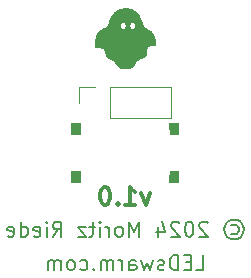
<source format=gbo>
%TF.GenerationSoftware,KiCad,Pcbnew,7.0.10*%
%TF.CreationDate,2024-04-29T22:23:39+02:00*%
%TF.ProjectId,GhostControllerLED,47686f73-7443-46f6-9e74-726f6c6c6572,rev?*%
%TF.SameCoordinates,Original*%
%TF.FileFunction,Legend,Bot*%
%TF.FilePolarity,Positive*%
%FSLAX46Y46*%
G04 Gerber Fmt 4.6, Leading zero omitted, Abs format (unit mm)*
G04 Created by KiCad (PCBNEW 7.0.10) date 2024-04-29 22:23:39*
%MOMM*%
%LPD*%
G01*
G04 APERTURE LIST*
G04 Aperture macros list*
%AMRoundRect*
0 Rectangle with rounded corners*
0 $1 Rounding radius*
0 $2 $3 $4 $5 $6 $7 $8 $9 X,Y pos of 4 corners*
0 Add a 4 corners polygon primitive as box body*
4,1,4,$2,$3,$4,$5,$6,$7,$8,$9,$2,$3,0*
0 Add four circle primitives for the rounded corners*
1,1,$1+$1,$2,$3*
1,1,$1+$1,$4,$5*
1,1,$1+$1,$6,$7*
1,1,$1+$1,$8,$9*
0 Add four rect primitives between the rounded corners*
20,1,$1+$1,$2,$3,$4,$5,0*
20,1,$1+$1,$4,$5,$6,$7,0*
20,1,$1+$1,$6,$7,$8,$9,0*
20,1,$1+$1,$8,$9,$2,$3,0*%
G04 Aperture macros list end*
%ADD10C,0.200000*%
%ADD11C,0.300000*%
%ADD12C,0.120000*%
%ADD13R,1.700000X1.700000*%
%ADD14O,1.700000X1.700000*%
%ADD15RoundRect,0.500000X0.425000X0.000000X-0.425000X0.000000X-0.425000X0.000000X0.425000X0.000000X0*%
%ADD16R,0.550000X1.600000*%
G04 APERTURE END LIST*
D10*
X55282142Y-58586623D02*
X55877380Y-58586623D01*
X55877380Y-58586623D02*
X55877380Y-57336623D01*
X54865475Y-57931861D02*
X54448809Y-57931861D01*
X54270237Y-58586623D02*
X54865475Y-58586623D01*
X54865475Y-58586623D02*
X54865475Y-57336623D01*
X54865475Y-57336623D02*
X54270237Y-57336623D01*
X53734523Y-58586623D02*
X53734523Y-57336623D01*
X53734523Y-57336623D02*
X53436904Y-57336623D01*
X53436904Y-57336623D02*
X53258333Y-57396147D01*
X53258333Y-57396147D02*
X53139285Y-57515195D01*
X53139285Y-57515195D02*
X53079762Y-57634242D01*
X53079762Y-57634242D02*
X53020238Y-57872338D01*
X53020238Y-57872338D02*
X53020238Y-58050909D01*
X53020238Y-58050909D02*
X53079762Y-58289004D01*
X53079762Y-58289004D02*
X53139285Y-58408052D01*
X53139285Y-58408052D02*
X53258333Y-58527100D01*
X53258333Y-58527100D02*
X53436904Y-58586623D01*
X53436904Y-58586623D02*
X53734523Y-58586623D01*
X52544047Y-58527100D02*
X52425000Y-58586623D01*
X52425000Y-58586623D02*
X52186904Y-58586623D01*
X52186904Y-58586623D02*
X52067857Y-58527100D01*
X52067857Y-58527100D02*
X52008333Y-58408052D01*
X52008333Y-58408052D02*
X52008333Y-58348528D01*
X52008333Y-58348528D02*
X52067857Y-58229480D01*
X52067857Y-58229480D02*
X52186904Y-58169957D01*
X52186904Y-58169957D02*
X52365476Y-58169957D01*
X52365476Y-58169957D02*
X52484523Y-58110433D01*
X52484523Y-58110433D02*
X52544047Y-57991385D01*
X52544047Y-57991385D02*
X52544047Y-57931861D01*
X52544047Y-57931861D02*
X52484523Y-57812814D01*
X52484523Y-57812814D02*
X52365476Y-57753290D01*
X52365476Y-57753290D02*
X52186904Y-57753290D01*
X52186904Y-57753290D02*
X52067857Y-57812814D01*
X51591666Y-57753290D02*
X51353571Y-58586623D01*
X51353571Y-58586623D02*
X51115476Y-57991385D01*
X51115476Y-57991385D02*
X50877380Y-58586623D01*
X50877380Y-58586623D02*
X50639285Y-57753290D01*
X49627380Y-58586623D02*
X49627380Y-57931861D01*
X49627380Y-57931861D02*
X49686904Y-57812814D01*
X49686904Y-57812814D02*
X49805952Y-57753290D01*
X49805952Y-57753290D02*
X50044047Y-57753290D01*
X50044047Y-57753290D02*
X50163094Y-57812814D01*
X49627380Y-58527100D02*
X49746428Y-58586623D01*
X49746428Y-58586623D02*
X50044047Y-58586623D01*
X50044047Y-58586623D02*
X50163094Y-58527100D01*
X50163094Y-58527100D02*
X50222618Y-58408052D01*
X50222618Y-58408052D02*
X50222618Y-58289004D01*
X50222618Y-58289004D02*
X50163094Y-58169957D01*
X50163094Y-58169957D02*
X50044047Y-58110433D01*
X50044047Y-58110433D02*
X49746428Y-58110433D01*
X49746428Y-58110433D02*
X49627380Y-58050909D01*
X49032142Y-58586623D02*
X49032142Y-57753290D01*
X49032142Y-57991385D02*
X48972619Y-57872338D01*
X48972619Y-57872338D02*
X48913095Y-57812814D01*
X48913095Y-57812814D02*
X48794047Y-57753290D01*
X48794047Y-57753290D02*
X48675000Y-57753290D01*
X48258332Y-58586623D02*
X48258332Y-57753290D01*
X48258332Y-57872338D02*
X48198809Y-57812814D01*
X48198809Y-57812814D02*
X48079761Y-57753290D01*
X48079761Y-57753290D02*
X47901190Y-57753290D01*
X47901190Y-57753290D02*
X47782142Y-57812814D01*
X47782142Y-57812814D02*
X47722618Y-57931861D01*
X47722618Y-57931861D02*
X47722618Y-58586623D01*
X47722618Y-57931861D02*
X47663094Y-57812814D01*
X47663094Y-57812814D02*
X47544047Y-57753290D01*
X47544047Y-57753290D02*
X47365475Y-57753290D01*
X47365475Y-57753290D02*
X47246428Y-57812814D01*
X47246428Y-57812814D02*
X47186904Y-57931861D01*
X47186904Y-57931861D02*
X47186904Y-58586623D01*
X46591665Y-58467576D02*
X46532142Y-58527100D01*
X46532142Y-58527100D02*
X46591665Y-58586623D01*
X46591665Y-58586623D02*
X46651189Y-58527100D01*
X46651189Y-58527100D02*
X46591665Y-58467576D01*
X46591665Y-58467576D02*
X46591665Y-58586623D01*
X45460713Y-58527100D02*
X45579761Y-58586623D01*
X45579761Y-58586623D02*
X45817856Y-58586623D01*
X45817856Y-58586623D02*
X45936904Y-58527100D01*
X45936904Y-58527100D02*
X45996427Y-58467576D01*
X45996427Y-58467576D02*
X46055951Y-58348528D01*
X46055951Y-58348528D02*
X46055951Y-57991385D01*
X46055951Y-57991385D02*
X45996427Y-57872338D01*
X45996427Y-57872338D02*
X45936904Y-57812814D01*
X45936904Y-57812814D02*
X45817856Y-57753290D01*
X45817856Y-57753290D02*
X45579761Y-57753290D01*
X45579761Y-57753290D02*
X45460713Y-57812814D01*
X44746427Y-58586623D02*
X44865475Y-58527100D01*
X44865475Y-58527100D02*
X44924998Y-58467576D01*
X44924998Y-58467576D02*
X44984522Y-58348528D01*
X44984522Y-58348528D02*
X44984522Y-57991385D01*
X44984522Y-57991385D02*
X44924998Y-57872338D01*
X44924998Y-57872338D02*
X44865475Y-57812814D01*
X44865475Y-57812814D02*
X44746427Y-57753290D01*
X44746427Y-57753290D02*
X44567856Y-57753290D01*
X44567856Y-57753290D02*
X44448808Y-57812814D01*
X44448808Y-57812814D02*
X44389284Y-57872338D01*
X44389284Y-57872338D02*
X44329760Y-57991385D01*
X44329760Y-57991385D02*
X44329760Y-58348528D01*
X44329760Y-58348528D02*
X44389284Y-58467576D01*
X44389284Y-58467576D02*
X44448808Y-58527100D01*
X44448808Y-58527100D02*
X44567856Y-58586623D01*
X44567856Y-58586623D02*
X44746427Y-58586623D01*
X43794046Y-58586623D02*
X43794046Y-57753290D01*
X43794046Y-57872338D02*
X43734523Y-57812814D01*
X43734523Y-57812814D02*
X43615475Y-57753290D01*
X43615475Y-57753290D02*
X43436904Y-57753290D01*
X43436904Y-57753290D02*
X43317856Y-57812814D01*
X43317856Y-57812814D02*
X43258332Y-57931861D01*
X43258332Y-57931861D02*
X43258332Y-58586623D01*
X43258332Y-57931861D02*
X43198808Y-57812814D01*
X43198808Y-57812814D02*
X43079761Y-57753290D01*
X43079761Y-57753290D02*
X42901189Y-57753290D01*
X42901189Y-57753290D02*
X42782142Y-57812814D01*
X42782142Y-57812814D02*
X42722618Y-57931861D01*
X42722618Y-57931861D02*
X42722618Y-58586623D01*
X58258333Y-54784242D02*
X58377380Y-54724719D01*
X58377380Y-54724719D02*
X58615476Y-54724719D01*
X58615476Y-54724719D02*
X58734523Y-54784242D01*
X58734523Y-54784242D02*
X58853571Y-54903290D01*
X58853571Y-54903290D02*
X58913095Y-55022338D01*
X58913095Y-55022338D02*
X58913095Y-55260433D01*
X58913095Y-55260433D02*
X58853571Y-55379480D01*
X58853571Y-55379480D02*
X58734523Y-55498528D01*
X58734523Y-55498528D02*
X58615476Y-55558052D01*
X58615476Y-55558052D02*
X58377380Y-55558052D01*
X58377380Y-55558052D02*
X58258333Y-55498528D01*
X58496428Y-54308052D02*
X58794047Y-54367576D01*
X58794047Y-54367576D02*
X59091666Y-54546147D01*
X59091666Y-54546147D02*
X59270237Y-54843766D01*
X59270237Y-54843766D02*
X59329761Y-55141385D01*
X59329761Y-55141385D02*
X59270237Y-55439004D01*
X59270237Y-55439004D02*
X59091666Y-55736623D01*
X59091666Y-55736623D02*
X58794047Y-55915195D01*
X58794047Y-55915195D02*
X58496428Y-55974719D01*
X58496428Y-55974719D02*
X58198809Y-55915195D01*
X58198809Y-55915195D02*
X57901190Y-55736623D01*
X57901190Y-55736623D02*
X57722618Y-55439004D01*
X57722618Y-55439004D02*
X57663095Y-55141385D01*
X57663095Y-55141385D02*
X57722618Y-54843766D01*
X57722618Y-54843766D02*
X57901190Y-54546147D01*
X57901190Y-54546147D02*
X58198809Y-54367576D01*
X58198809Y-54367576D02*
X58496428Y-54308052D01*
X56234523Y-54605671D02*
X56174999Y-54546147D01*
X56174999Y-54546147D02*
X56055952Y-54486623D01*
X56055952Y-54486623D02*
X55758333Y-54486623D01*
X55758333Y-54486623D02*
X55639285Y-54546147D01*
X55639285Y-54546147D02*
X55579761Y-54605671D01*
X55579761Y-54605671D02*
X55520238Y-54724719D01*
X55520238Y-54724719D02*
X55520238Y-54843766D01*
X55520238Y-54843766D02*
X55579761Y-55022338D01*
X55579761Y-55022338D02*
X56294047Y-55736623D01*
X56294047Y-55736623D02*
X55520238Y-55736623D01*
X54746428Y-54486623D02*
X54627381Y-54486623D01*
X54627381Y-54486623D02*
X54508333Y-54546147D01*
X54508333Y-54546147D02*
X54448809Y-54605671D01*
X54448809Y-54605671D02*
X54389285Y-54724719D01*
X54389285Y-54724719D02*
X54329762Y-54962814D01*
X54329762Y-54962814D02*
X54329762Y-55260433D01*
X54329762Y-55260433D02*
X54389285Y-55498528D01*
X54389285Y-55498528D02*
X54448809Y-55617576D01*
X54448809Y-55617576D02*
X54508333Y-55677100D01*
X54508333Y-55677100D02*
X54627381Y-55736623D01*
X54627381Y-55736623D02*
X54746428Y-55736623D01*
X54746428Y-55736623D02*
X54865476Y-55677100D01*
X54865476Y-55677100D02*
X54925000Y-55617576D01*
X54925000Y-55617576D02*
X54984523Y-55498528D01*
X54984523Y-55498528D02*
X55044047Y-55260433D01*
X55044047Y-55260433D02*
X55044047Y-54962814D01*
X55044047Y-54962814D02*
X54984523Y-54724719D01*
X54984523Y-54724719D02*
X54925000Y-54605671D01*
X54925000Y-54605671D02*
X54865476Y-54546147D01*
X54865476Y-54546147D02*
X54746428Y-54486623D01*
X53853571Y-54605671D02*
X53794047Y-54546147D01*
X53794047Y-54546147D02*
X53675000Y-54486623D01*
X53675000Y-54486623D02*
X53377381Y-54486623D01*
X53377381Y-54486623D02*
X53258333Y-54546147D01*
X53258333Y-54546147D02*
X53198809Y-54605671D01*
X53198809Y-54605671D02*
X53139286Y-54724719D01*
X53139286Y-54724719D02*
X53139286Y-54843766D01*
X53139286Y-54843766D02*
X53198809Y-55022338D01*
X53198809Y-55022338D02*
X53913095Y-55736623D01*
X53913095Y-55736623D02*
X53139286Y-55736623D01*
X52067857Y-54903290D02*
X52067857Y-55736623D01*
X52365476Y-54427100D02*
X52663095Y-55319957D01*
X52663095Y-55319957D02*
X51889286Y-55319957D01*
X50460714Y-55736623D02*
X50460714Y-54486623D01*
X50460714Y-54486623D02*
X50044048Y-55379480D01*
X50044048Y-55379480D02*
X49627381Y-54486623D01*
X49627381Y-54486623D02*
X49627381Y-55736623D01*
X48853572Y-55736623D02*
X48972620Y-55677100D01*
X48972620Y-55677100D02*
X49032143Y-55617576D01*
X49032143Y-55617576D02*
X49091667Y-55498528D01*
X49091667Y-55498528D02*
X49091667Y-55141385D01*
X49091667Y-55141385D02*
X49032143Y-55022338D01*
X49032143Y-55022338D02*
X48972620Y-54962814D01*
X48972620Y-54962814D02*
X48853572Y-54903290D01*
X48853572Y-54903290D02*
X48675001Y-54903290D01*
X48675001Y-54903290D02*
X48555953Y-54962814D01*
X48555953Y-54962814D02*
X48496429Y-55022338D01*
X48496429Y-55022338D02*
X48436905Y-55141385D01*
X48436905Y-55141385D02*
X48436905Y-55498528D01*
X48436905Y-55498528D02*
X48496429Y-55617576D01*
X48496429Y-55617576D02*
X48555953Y-55677100D01*
X48555953Y-55677100D02*
X48675001Y-55736623D01*
X48675001Y-55736623D02*
X48853572Y-55736623D01*
X47901191Y-55736623D02*
X47901191Y-54903290D01*
X47901191Y-55141385D02*
X47841668Y-55022338D01*
X47841668Y-55022338D02*
X47782144Y-54962814D01*
X47782144Y-54962814D02*
X47663096Y-54903290D01*
X47663096Y-54903290D02*
X47544049Y-54903290D01*
X47127381Y-55736623D02*
X47127381Y-54903290D01*
X47127381Y-54486623D02*
X47186905Y-54546147D01*
X47186905Y-54546147D02*
X47127381Y-54605671D01*
X47127381Y-54605671D02*
X47067858Y-54546147D01*
X47067858Y-54546147D02*
X47127381Y-54486623D01*
X47127381Y-54486623D02*
X47127381Y-54605671D01*
X46710715Y-54903290D02*
X46234524Y-54903290D01*
X46532143Y-54486623D02*
X46532143Y-55558052D01*
X46532143Y-55558052D02*
X46472620Y-55677100D01*
X46472620Y-55677100D02*
X46353572Y-55736623D01*
X46353572Y-55736623D02*
X46234524Y-55736623D01*
X45936905Y-54903290D02*
X45282143Y-54903290D01*
X45282143Y-54903290D02*
X45936905Y-55736623D01*
X45936905Y-55736623D02*
X45282143Y-55736623D01*
X43139286Y-55736623D02*
X43555952Y-55141385D01*
X43853571Y-55736623D02*
X43853571Y-54486623D01*
X43853571Y-54486623D02*
X43377381Y-54486623D01*
X43377381Y-54486623D02*
X43258333Y-54546147D01*
X43258333Y-54546147D02*
X43198810Y-54605671D01*
X43198810Y-54605671D02*
X43139286Y-54724719D01*
X43139286Y-54724719D02*
X43139286Y-54903290D01*
X43139286Y-54903290D02*
X43198810Y-55022338D01*
X43198810Y-55022338D02*
X43258333Y-55081861D01*
X43258333Y-55081861D02*
X43377381Y-55141385D01*
X43377381Y-55141385D02*
X43853571Y-55141385D01*
X42603571Y-55736623D02*
X42603571Y-54903290D01*
X42603571Y-54486623D02*
X42663095Y-54546147D01*
X42663095Y-54546147D02*
X42603571Y-54605671D01*
X42603571Y-54605671D02*
X42544048Y-54546147D01*
X42544048Y-54546147D02*
X42603571Y-54486623D01*
X42603571Y-54486623D02*
X42603571Y-54605671D01*
X41532143Y-55677100D02*
X41651191Y-55736623D01*
X41651191Y-55736623D02*
X41889286Y-55736623D01*
X41889286Y-55736623D02*
X42008333Y-55677100D01*
X42008333Y-55677100D02*
X42067857Y-55558052D01*
X42067857Y-55558052D02*
X42067857Y-55081861D01*
X42067857Y-55081861D02*
X42008333Y-54962814D01*
X42008333Y-54962814D02*
X41889286Y-54903290D01*
X41889286Y-54903290D02*
X41651191Y-54903290D01*
X41651191Y-54903290D02*
X41532143Y-54962814D01*
X41532143Y-54962814D02*
X41472619Y-55081861D01*
X41472619Y-55081861D02*
X41472619Y-55200909D01*
X41472619Y-55200909D02*
X42067857Y-55319957D01*
X40401190Y-55736623D02*
X40401190Y-54486623D01*
X40401190Y-55677100D02*
X40520238Y-55736623D01*
X40520238Y-55736623D02*
X40758333Y-55736623D01*
X40758333Y-55736623D02*
X40877381Y-55677100D01*
X40877381Y-55677100D02*
X40936904Y-55617576D01*
X40936904Y-55617576D02*
X40996428Y-55498528D01*
X40996428Y-55498528D02*
X40996428Y-55141385D01*
X40996428Y-55141385D02*
X40936904Y-55022338D01*
X40936904Y-55022338D02*
X40877381Y-54962814D01*
X40877381Y-54962814D02*
X40758333Y-54903290D01*
X40758333Y-54903290D02*
X40520238Y-54903290D01*
X40520238Y-54903290D02*
X40401190Y-54962814D01*
X39329762Y-55677100D02*
X39448810Y-55736623D01*
X39448810Y-55736623D02*
X39686905Y-55736623D01*
X39686905Y-55736623D02*
X39805952Y-55677100D01*
X39805952Y-55677100D02*
X39865476Y-55558052D01*
X39865476Y-55558052D02*
X39865476Y-55081861D01*
X39865476Y-55081861D02*
X39805952Y-54962814D01*
X39805952Y-54962814D02*
X39686905Y-54903290D01*
X39686905Y-54903290D02*
X39448810Y-54903290D01*
X39448810Y-54903290D02*
X39329762Y-54962814D01*
X39329762Y-54962814D02*
X39270238Y-55081861D01*
X39270238Y-55081861D02*
X39270238Y-55200909D01*
X39270238Y-55200909D02*
X39865476Y-55319957D01*
D11*
X51342856Y-52050828D02*
X50985713Y-53050828D01*
X50985713Y-53050828D02*
X50628570Y-52050828D01*
X49271427Y-53050828D02*
X50128570Y-53050828D01*
X49699999Y-53050828D02*
X49699999Y-51550828D01*
X49699999Y-51550828D02*
X49842856Y-51765114D01*
X49842856Y-51765114D02*
X49985713Y-51907971D01*
X49985713Y-51907971D02*
X50128570Y-51979400D01*
X48628571Y-52907971D02*
X48557142Y-52979400D01*
X48557142Y-52979400D02*
X48628571Y-53050828D01*
X48628571Y-53050828D02*
X48699999Y-52979400D01*
X48699999Y-52979400D02*
X48628571Y-52907971D01*
X48628571Y-52907971D02*
X48628571Y-53050828D01*
X47628570Y-51550828D02*
X47485713Y-51550828D01*
X47485713Y-51550828D02*
X47342856Y-51622257D01*
X47342856Y-51622257D02*
X47271428Y-51693685D01*
X47271428Y-51693685D02*
X47199999Y-51836542D01*
X47199999Y-51836542D02*
X47128570Y-52122257D01*
X47128570Y-52122257D02*
X47128570Y-52479400D01*
X47128570Y-52479400D02*
X47199999Y-52765114D01*
X47199999Y-52765114D02*
X47271428Y-52907971D01*
X47271428Y-52907971D02*
X47342856Y-52979400D01*
X47342856Y-52979400D02*
X47485713Y-53050828D01*
X47485713Y-53050828D02*
X47628570Y-53050828D01*
X47628570Y-53050828D02*
X47771428Y-52979400D01*
X47771428Y-52979400D02*
X47842856Y-52907971D01*
X47842856Y-52907971D02*
X47914285Y-52765114D01*
X47914285Y-52765114D02*
X47985713Y-52479400D01*
X47985713Y-52479400D02*
X47985713Y-52122257D01*
X47985713Y-52122257D02*
X47914285Y-51836542D01*
X47914285Y-51836542D02*
X47842856Y-51693685D01*
X47842856Y-51693685D02*
X47771428Y-51622257D01*
X47771428Y-51622257D02*
X47628570Y-51550828D01*
%TO.C,G\u002A\u002A\u002A*%
G36*
X50874756Y-37940006D02*
G01*
X50885303Y-37957749D01*
X50895797Y-37973468D01*
X50906368Y-37987454D01*
X50917149Y-37999997D01*
X50922567Y-38005719D01*
X50929537Y-38012306D01*
X50936929Y-38018130D01*
X50945471Y-38023604D01*
X50955889Y-38029139D01*
X50968908Y-38035149D01*
X50985257Y-38042045D01*
X51005660Y-38050240D01*
X51011697Y-38052648D01*
X51089100Y-38086377D01*
X51163639Y-38124270D01*
X51235235Y-38166265D01*
X51303807Y-38212303D01*
X51369277Y-38262321D01*
X51431563Y-38316260D01*
X51490587Y-38374058D01*
X51546268Y-38435656D01*
X51598527Y-38500992D01*
X51626725Y-38539791D01*
X51673640Y-38610997D01*
X51716050Y-38684538D01*
X51753959Y-38760425D01*
X51787372Y-38838665D01*
X51816291Y-38919270D01*
X51840722Y-39002246D01*
X51860668Y-39087604D01*
X51865164Y-39110384D01*
X51871703Y-39147312D01*
X51877240Y-39184219D01*
X51881825Y-39221739D01*
X51885505Y-39260504D01*
X51888331Y-39301147D01*
X51890350Y-39344300D01*
X51891611Y-39390597D01*
X51892163Y-39440670D01*
X51892055Y-39495152D01*
X51891292Y-39597991D01*
X51731320Y-39599525D01*
X51711834Y-39599720D01*
X51678241Y-39600106D01*
X51649118Y-39600518D01*
X51624065Y-39600969D01*
X51602685Y-39601469D01*
X51584576Y-39602030D01*
X51569339Y-39602664D01*
X51556576Y-39603382D01*
X51545887Y-39604195D01*
X51536872Y-39605116D01*
X51503275Y-39609439D01*
X51453006Y-39617528D01*
X51407264Y-39627079D01*
X51365817Y-39638176D01*
X51328436Y-39650899D01*
X51294889Y-39665332D01*
X51264945Y-39681557D01*
X51238373Y-39699655D01*
X51214943Y-39719710D01*
X51212985Y-39721606D01*
X51194020Y-39742171D01*
X51178055Y-39764097D01*
X51164745Y-39788096D01*
X51153745Y-39814879D01*
X51144710Y-39845156D01*
X51137296Y-39879637D01*
X51135925Y-39887276D01*
X51133773Y-39900059D01*
X51131895Y-39912581D01*
X51130240Y-39925435D01*
X51128757Y-39939214D01*
X51127396Y-39954511D01*
X51126106Y-39971918D01*
X51124836Y-39992029D01*
X51123537Y-40015436D01*
X51122156Y-40042733D01*
X51120645Y-40074512D01*
X51120315Y-40081482D01*
X51119075Y-40106339D01*
X51117753Y-40130926D01*
X51116398Y-40154443D01*
X51115059Y-40176088D01*
X51113785Y-40195061D01*
X51112624Y-40210561D01*
X51111627Y-40221788D01*
X51108238Y-40251945D01*
X51101846Y-40296386D01*
X51094111Y-40336731D01*
X51084872Y-40373510D01*
X51073972Y-40407257D01*
X51061250Y-40438501D01*
X51046548Y-40467776D01*
X51029707Y-40495612D01*
X51021227Y-40507244D01*
X51008850Y-40522059D01*
X50994281Y-40537962D01*
X50978514Y-40553946D01*
X50962547Y-40569005D01*
X50947377Y-40582132D01*
X50933999Y-40592319D01*
X50932435Y-40593396D01*
X50919334Y-40602237D01*
X50907016Y-40610112D01*
X50894918Y-40617270D01*
X50882476Y-40623958D01*
X50869127Y-40630425D01*
X50854310Y-40636919D01*
X50837460Y-40643687D01*
X50818015Y-40650978D01*
X50795412Y-40659040D01*
X50769087Y-40668121D01*
X50738478Y-40678468D01*
X50710137Y-40688007D01*
X50670382Y-40701473D01*
X50634820Y-40713643D01*
X50603060Y-40724665D01*
X50574709Y-40734685D01*
X50549375Y-40743850D01*
X50526667Y-40752307D01*
X50506192Y-40760202D01*
X50487560Y-40767683D01*
X50470378Y-40774896D01*
X50454253Y-40781987D01*
X50438796Y-40789104D01*
X50423612Y-40796394D01*
X50393329Y-40812128D01*
X50356823Y-40834174D01*
X50324554Y-40857669D01*
X50296078Y-40882978D01*
X50270950Y-40910468D01*
X50248726Y-40940505D01*
X50245089Y-40946201D01*
X50237758Y-40958471D01*
X50228831Y-40974118D01*
X50218705Y-40992420D01*
X50207779Y-41012656D01*
X50196449Y-41034103D01*
X50185113Y-41056040D01*
X50175927Y-41073911D01*
X50165093Y-41094716D01*
X50154512Y-41114769D01*
X50144589Y-41133313D01*
X50135731Y-41149590D01*
X50128342Y-41162845D01*
X50122827Y-41172319D01*
X50114434Y-41185957D01*
X50077242Y-41241489D01*
X50037919Y-41292477D01*
X49996349Y-41339027D01*
X49952415Y-41381244D01*
X49906001Y-41419233D01*
X49856990Y-41453100D01*
X49805267Y-41482949D01*
X49750714Y-41508887D01*
X49718983Y-41521749D01*
X49657523Y-41542799D01*
X49592793Y-41560192D01*
X49525007Y-41573880D01*
X49454376Y-41583818D01*
X49381113Y-41589958D01*
X49376955Y-41590180D01*
X49350846Y-41591069D01*
X49321478Y-41591355D01*
X49290240Y-41591071D01*
X49258516Y-41590251D01*
X49227695Y-41588930D01*
X49199163Y-41587141D01*
X49174307Y-41584917D01*
X49165986Y-41583991D01*
X49094777Y-41573577D01*
X49026371Y-41558963D01*
X48960635Y-41540090D01*
X48897434Y-41516898D01*
X48836635Y-41489327D01*
X48778105Y-41457317D01*
X48721709Y-41420809D01*
X48667314Y-41379741D01*
X48614787Y-41334055D01*
X48600668Y-41320683D01*
X48584148Y-41304287D01*
X48568261Y-41287554D01*
X48552695Y-41270077D01*
X48537140Y-41251444D01*
X48521284Y-41231246D01*
X48504817Y-41209073D01*
X48487428Y-41184515D01*
X48468806Y-41157163D01*
X48448639Y-41126607D01*
X48426617Y-41092438D01*
X48402429Y-41054244D01*
X48385229Y-41027079D01*
X48368587Y-41001269D01*
X48353877Y-40979063D01*
X48340793Y-40960039D01*
X48329029Y-40943777D01*
X48318280Y-40929854D01*
X48308241Y-40917851D01*
X48298607Y-40907345D01*
X48289071Y-40897916D01*
X48286897Y-40895889D01*
X48279940Y-40889787D01*
X48272953Y-40884490D01*
X48265247Y-40879666D01*
X48256135Y-40874984D01*
X48244929Y-40870111D01*
X48230941Y-40864715D01*
X48213483Y-40858465D01*
X48191867Y-40851029D01*
X48129330Y-40828351D01*
X48068672Y-40803224D01*
X48012268Y-40776370D01*
X47959792Y-40747596D01*
X47910914Y-40716710D01*
X47865308Y-40683517D01*
X47822646Y-40647825D01*
X47782599Y-40609439D01*
X47771591Y-40597984D01*
X47741197Y-40564046D01*
X47714400Y-40530112D01*
X47690308Y-40494911D01*
X47668030Y-40457172D01*
X47646676Y-40415626D01*
X47644619Y-40411356D01*
X47636709Y-40394648D01*
X47629492Y-40378803D01*
X47622830Y-40363375D01*
X47616584Y-40347915D01*
X47610613Y-40331977D01*
X47604779Y-40315113D01*
X47598942Y-40296874D01*
X47592964Y-40276814D01*
X47586704Y-40254485D01*
X47580024Y-40229440D01*
X47572785Y-40201230D01*
X47564846Y-40169409D01*
X47556069Y-40133529D01*
X47546315Y-40093143D01*
X47541215Y-40072799D01*
X47530838Y-40036456D01*
X47519971Y-40004934D01*
X47508549Y-39978071D01*
X47496507Y-39955706D01*
X47483781Y-39937679D01*
X47475400Y-39928146D01*
X47452968Y-39907439D01*
X47426254Y-39888627D01*
X47395172Y-39871672D01*
X47359635Y-39856536D01*
X47319559Y-39843180D01*
X47274856Y-39831565D01*
X47225442Y-39821653D01*
X47215105Y-39819869D01*
X47192054Y-39816114D01*
X47169645Y-39812825D01*
X47147358Y-39809969D01*
X47124673Y-39807512D01*
X47101070Y-39805419D01*
X47076029Y-39803657D01*
X47049031Y-39802191D01*
X47019554Y-39800988D01*
X46987079Y-39800013D01*
X46951087Y-39799233D01*
X46911057Y-39798612D01*
X46866469Y-39798117D01*
X46706827Y-39796613D01*
X46708149Y-39548757D01*
X46708293Y-39522909D01*
X46708586Y-39477587D01*
X46708916Y-39436717D01*
X46709294Y-39399892D01*
X46709733Y-39366703D01*
X46710245Y-39336739D01*
X46710841Y-39309592D01*
X46711535Y-39284854D01*
X46712337Y-39262114D01*
X46713261Y-39240963D01*
X46714318Y-39220993D01*
X46715521Y-39201795D01*
X46716881Y-39182959D01*
X46718411Y-39164076D01*
X46720123Y-39144737D01*
X46729331Y-39062294D01*
X46742206Y-38979490D01*
X46758367Y-38900543D01*
X46777817Y-38825440D01*
X46800559Y-38754170D01*
X46826597Y-38686723D01*
X46855935Y-38623087D01*
X46888574Y-38563251D01*
X46908352Y-38531191D01*
X46949302Y-38472118D01*
X46994274Y-38416038D01*
X47043161Y-38363026D01*
X47095857Y-38313155D01*
X47152258Y-38266498D01*
X47212256Y-38223132D01*
X47275747Y-38183129D01*
X47342624Y-38146563D01*
X47412781Y-38113509D01*
X47486113Y-38084041D01*
X47562514Y-38058232D01*
X47641877Y-38036157D01*
X47646686Y-38034952D01*
X47660482Y-38031391D01*
X47670545Y-38028498D01*
X47677820Y-38025901D01*
X47683248Y-38023224D01*
X47687772Y-38020093D01*
X47692336Y-38016135D01*
X47693393Y-38015135D01*
X47701439Y-38006155D01*
X47710979Y-37993635D01*
X47721410Y-37978479D01*
X47732130Y-37961595D01*
X47742539Y-37943886D01*
X47752034Y-37926260D01*
X47755756Y-37918928D01*
X47761344Y-37907649D01*
X48902754Y-37907649D01*
X48902854Y-37925803D01*
X48903195Y-37940240D01*
X48903864Y-37952136D01*
X48904949Y-37962664D01*
X48906537Y-37972995D01*
X48908716Y-37984305D01*
X48916927Y-38017860D01*
X48928852Y-38053333D01*
X48943329Y-38085641D01*
X48960165Y-38114532D01*
X48979168Y-38139753D01*
X49000142Y-38161050D01*
X49022895Y-38178171D01*
X49047232Y-38190863D01*
X49072960Y-38198873D01*
X49091841Y-38201643D01*
X49115752Y-38201234D01*
X49139453Y-38196146D01*
X49163724Y-38186272D01*
X49187657Y-38171684D01*
X49209883Y-38152667D01*
X49230083Y-38129730D01*
X49248079Y-38103314D01*
X49263690Y-38073856D01*
X49276739Y-38041798D01*
X49287047Y-38007579D01*
X49294435Y-37971638D01*
X49298724Y-37934414D01*
X49299735Y-37896348D01*
X49299225Y-37888324D01*
X49699321Y-37888324D01*
X49699434Y-37896348D01*
X49699905Y-37929788D01*
X49704257Y-37970634D01*
X49712297Y-38010224D01*
X49723942Y-38047919D01*
X49739112Y-38083082D01*
X49757724Y-38115076D01*
X49758196Y-38115775D01*
X49777378Y-38140585D01*
X49798626Y-38161628D01*
X49821501Y-38178577D01*
X49845567Y-38191108D01*
X49870386Y-38198895D01*
X49875089Y-38199839D01*
X49892513Y-38202077D01*
X49909001Y-38201701D01*
X49927191Y-38198702D01*
X49949209Y-38191968D01*
X49973055Y-38179963D01*
X49995399Y-38163691D01*
X50016043Y-38143516D01*
X50034793Y-38119802D01*
X50051450Y-38092912D01*
X50065820Y-38063212D01*
X50077704Y-38031063D01*
X50086907Y-37996832D01*
X50093231Y-37960880D01*
X50096481Y-37923574D01*
X50096460Y-37885275D01*
X50095637Y-37871143D01*
X50090507Y-37827775D01*
X50081616Y-37787310D01*
X50069028Y-37749915D01*
X50052807Y-37715754D01*
X50033015Y-37684993D01*
X50009717Y-37657800D01*
X49991887Y-37641112D01*
X49974592Y-37628070D01*
X49957025Y-37618259D01*
X49938064Y-37610947D01*
X49921349Y-37607148D01*
X49900947Y-37605372D01*
X49880598Y-37606178D01*
X49862441Y-37609605D01*
X49848153Y-37614566D01*
X49823434Y-37627164D01*
X49800157Y-37644211D01*
X49778608Y-37665370D01*
X49759072Y-37690299D01*
X49741837Y-37718658D01*
X49727187Y-37750109D01*
X49715410Y-37784310D01*
X49709787Y-37806089D01*
X49702588Y-37846878D01*
X49699321Y-37888324D01*
X49299225Y-37888324D01*
X49297291Y-37857878D01*
X49296861Y-37854104D01*
X49290007Y-37812363D01*
X49279665Y-37773378D01*
X49265963Y-37737438D01*
X49249028Y-37704833D01*
X49228988Y-37675852D01*
X49205970Y-37650785D01*
X49197257Y-37643001D01*
X49174175Y-37626253D01*
X49150292Y-37614448D01*
X49125427Y-37607506D01*
X49099400Y-37605352D01*
X49097871Y-37605371D01*
X49074214Y-37607607D01*
X49052105Y-37613678D01*
X49030932Y-37623872D01*
X49010083Y-37638483D01*
X48988943Y-37657800D01*
X48986984Y-37659805D01*
X48964829Y-37685968D01*
X48946107Y-37715180D01*
X48930591Y-37747847D01*
X48918054Y-37784376D01*
X48917151Y-37787531D01*
X48912050Y-37806720D01*
X48908259Y-37824219D01*
X48905606Y-37841379D01*
X48903919Y-37859550D01*
X48903026Y-37880080D01*
X48902754Y-37904319D01*
X48902754Y-37907649D01*
X47761344Y-37907649D01*
X47762341Y-37905636D01*
X47768629Y-37892421D01*
X47774778Y-37878873D01*
X47780942Y-37864583D01*
X47787276Y-37849143D01*
X47793937Y-37832145D01*
X47801080Y-37813178D01*
X47808859Y-37791835D01*
X47817432Y-37767706D01*
X47826953Y-37740383D01*
X47837578Y-37709457D01*
X47849462Y-37674519D01*
X47862761Y-37635160D01*
X47868430Y-37618370D01*
X47885992Y-37566772D01*
X47902331Y-37519484D01*
X47917616Y-37476080D01*
X47932016Y-37436131D01*
X47945700Y-37399211D01*
X47958835Y-37364892D01*
X47971591Y-37332746D01*
X47984136Y-37302347D01*
X47996639Y-37273268D01*
X48009268Y-37245080D01*
X48022192Y-37217356D01*
X48035580Y-37189669D01*
X48049600Y-37161592D01*
X48052876Y-37155149D01*
X48088040Y-37089091D01*
X48123853Y-37027564D01*
X48160664Y-36970071D01*
X48198821Y-36916118D01*
X48238672Y-36865210D01*
X48280567Y-36816852D01*
X48324852Y-36770549D01*
X48338545Y-36757120D01*
X48395758Y-36705386D01*
X48455904Y-36657798D01*
X48518981Y-36614356D01*
X48584988Y-36575062D01*
X48653925Y-36539915D01*
X48725789Y-36508916D01*
X48800580Y-36482066D01*
X48878297Y-36459365D01*
X48958938Y-36440814D01*
X49042503Y-36426413D01*
X49062218Y-36423683D01*
X49140802Y-36415192D01*
X49221415Y-36410116D01*
X49303203Y-36408424D01*
X49385313Y-36410087D01*
X49466894Y-36415074D01*
X49547092Y-36423355D01*
X49625055Y-36434900D01*
X49699930Y-36449679D01*
X49758717Y-36464071D01*
X49836281Y-36487043D01*
X49910511Y-36513828D01*
X49981463Y-36544464D01*
X50049196Y-36578993D01*
X50113767Y-36617454D01*
X50175232Y-36659889D01*
X50233649Y-36706336D01*
X50289076Y-36756838D01*
X50341570Y-36811434D01*
X50391187Y-36870164D01*
X50437986Y-36933068D01*
X50482023Y-37000188D01*
X50493195Y-37018636D01*
X50523788Y-37072403D01*
X50554244Y-37130626D01*
X50584350Y-37192853D01*
X50613890Y-37258628D01*
X50642650Y-37327498D01*
X50670417Y-37399011D01*
X50673834Y-37408222D01*
X50681005Y-37427892D01*
X50689503Y-37451552D01*
X50699142Y-37478676D01*
X50709738Y-37508738D01*
X50721107Y-37541213D01*
X50733062Y-37575574D01*
X50745418Y-37611297D01*
X50757992Y-37647856D01*
X50772669Y-37690280D01*
X50788378Y-37734689D01*
X50802982Y-37774747D01*
X50816613Y-37810745D01*
X50829400Y-37842972D01*
X50841477Y-37871722D01*
X50852974Y-37897283D01*
X50864023Y-37919947D01*
X50865964Y-37923574D01*
X50874756Y-37940006D01*
G37*
D12*
%TO.C,REF\u002A\u002A*%
X53110000Y-43070000D02*
X53110000Y-45730000D01*
X47970000Y-43070000D02*
X53110000Y-43070000D01*
X47970000Y-43070000D02*
X47970000Y-45730000D01*
X46700000Y-43070000D02*
X45370000Y-43070000D01*
X45370000Y-43070000D02*
X45370000Y-44400000D01*
X47970000Y-45730000D02*
X53110000Y-45730000D01*
%TD*%
%LPC*%
D13*
%TO.C,REF\u002A\u002A*%
X46700000Y-44400000D03*
D14*
X49240000Y-44400000D03*
X51780000Y-44400000D03*
%TD*%
D15*
%TO.C,NoUSB*%
X53417285Y-46630000D03*
X53417285Y-50670000D03*
X45117285Y-50670000D03*
X45117285Y-46630000D03*
D16*
X52767285Y-47500000D03*
X51767285Y-47500000D03*
X50767285Y-47500000D03*
X49767285Y-47500000D03*
X48767285Y-47500000D03*
X47767285Y-47500000D03*
X46767285Y-47500000D03*
X45767285Y-47500000D03*
X45767285Y-49800000D03*
X46767285Y-49800000D03*
X47767285Y-49800000D03*
X48767285Y-49800000D03*
X49767285Y-49800000D03*
X50767285Y-49800000D03*
X51767285Y-49800000D03*
X52767285Y-49800000D03*
%TD*%
%LPD*%
M02*

</source>
